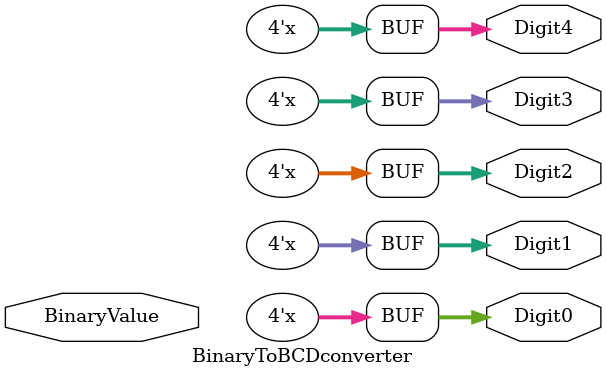
<source format=v>
`timescale 1ns / 1ps
module BinaryToBCDconverter(input [15:0] BinaryValue,output reg [3:0] Digit4,output reg [3:0] Digit3,output reg [3:0] Digit2,output reg [3:0] Digit1,output reg [3:0] Digit0);
  integer interimDigit4;
  integer interimDigit3;
  integer interimDigit2;
  integer interimDigit1;
  integer interimDigit0;
  always @(*)
  begin
  interimDigit4 <= BinaryValue/10000;
  interimDigit3 <= (BinaryValue%10000)/1000;
  interimDigit2 <= ((BinaryValue%10000)%1000)/100;
  interimDigit1 <= (((BinaryValue%10000)%1000)%100)/10;
  interimDigit0 <= (((BinaryValue%10000)%1000)%100)%10;
  Digit4 <= interimDigit4[3:0];
  Digit3 <= interimDigit3[3:0];
  Digit2 <= interimDigit2[3:0];
  Digit1 <= interimDigit1[3:0];
  Digit0 <= interimDigit0[3:0];
  end
endmodule

</source>
